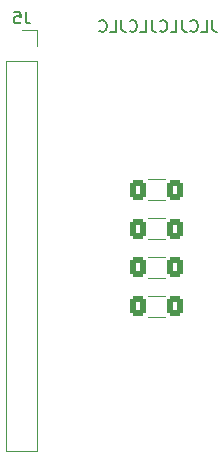
<source format=gbo>
G04 #@! TF.GenerationSoftware,KiCad,Pcbnew,7.0.10*
G04 #@! TF.CreationDate,2024-01-19T13:14:19-08:00*
G04 #@! TF.ProjectId,Jettabrain,4a657474-6162-4726-9169-6e2e6b696361,rev?*
G04 #@! TF.SameCoordinates,Original*
G04 #@! TF.FileFunction,Legend,Bot*
G04 #@! TF.FilePolarity,Positive*
%FSLAX46Y46*%
G04 Gerber Fmt 4.6, Leading zero omitted, Abs format (unit mm)*
G04 Created by KiCad (PCBNEW 7.0.10) date 2024-01-19 13:14:19*
%MOMM*%
%LPD*%
G01*
G04 APERTURE LIST*
G04 Aperture macros list*
%AMRoundRect*
0 Rectangle with rounded corners*
0 $1 Rounding radius*
0 $2 $3 $4 $5 $6 $7 $8 $9 X,Y pos of 4 corners*
0 Add a 4 corners polygon primitive as box body*
4,1,4,$2,$3,$4,$5,$6,$7,$8,$9,$2,$3,0*
0 Add four circle primitives for the rounded corners*
1,1,$1+$1,$2,$3*
1,1,$1+$1,$4,$5*
1,1,$1+$1,$6,$7*
1,1,$1+$1,$8,$9*
0 Add four rect primitives between the rounded corners*
20,1,$1+$1,$2,$3,$4,$5,0*
20,1,$1+$1,$4,$5,$6,$7,0*
20,1,$1+$1,$6,$7,$8,$9,0*
20,1,$1+$1,$8,$9,$2,$3,0*%
G04 Aperture macros list end*
%ADD10C,0.150000*%
%ADD11C,0.120000*%
%ADD12R,1.700000X1.700000*%
%ADD13O,1.700000X1.700000*%
%ADD14O,1.600000X1.600000*%
%ADD15R,1.600000X1.600000*%
%ADD16RoundRect,0.250000X0.400000X0.625000X-0.400000X0.625000X-0.400000X-0.625000X0.400000X-0.625000X0*%
G04 APERTURE END LIST*
D10*
X146697506Y-91325819D02*
X146697506Y-92040104D01*
X146697506Y-92040104D02*
X146745125Y-92182961D01*
X146745125Y-92182961D02*
X146840363Y-92278200D01*
X146840363Y-92278200D02*
X146983220Y-92325819D01*
X146983220Y-92325819D02*
X147078458Y-92325819D01*
X145745125Y-92325819D02*
X146221315Y-92325819D01*
X146221315Y-92325819D02*
X146221315Y-91325819D01*
X144840363Y-92230580D02*
X144887982Y-92278200D01*
X144887982Y-92278200D02*
X145030839Y-92325819D01*
X145030839Y-92325819D02*
X145126077Y-92325819D01*
X145126077Y-92325819D02*
X145268934Y-92278200D01*
X145268934Y-92278200D02*
X145364172Y-92182961D01*
X145364172Y-92182961D02*
X145411791Y-92087723D01*
X145411791Y-92087723D02*
X145459410Y-91897247D01*
X145459410Y-91897247D02*
X145459410Y-91754390D01*
X145459410Y-91754390D02*
X145411791Y-91563914D01*
X145411791Y-91563914D02*
X145364172Y-91468676D01*
X145364172Y-91468676D02*
X145268934Y-91373438D01*
X145268934Y-91373438D02*
X145126077Y-91325819D01*
X145126077Y-91325819D02*
X145030839Y-91325819D01*
X145030839Y-91325819D02*
X144887982Y-91373438D01*
X144887982Y-91373438D02*
X144840363Y-91421057D01*
X144126077Y-91325819D02*
X144126077Y-92040104D01*
X144126077Y-92040104D02*
X144173696Y-92182961D01*
X144173696Y-92182961D02*
X144268934Y-92278200D01*
X144268934Y-92278200D02*
X144411791Y-92325819D01*
X144411791Y-92325819D02*
X144507029Y-92325819D01*
X143173696Y-92325819D02*
X143649886Y-92325819D01*
X143649886Y-92325819D02*
X143649886Y-91325819D01*
X142268934Y-92230580D02*
X142316553Y-92278200D01*
X142316553Y-92278200D02*
X142459410Y-92325819D01*
X142459410Y-92325819D02*
X142554648Y-92325819D01*
X142554648Y-92325819D02*
X142697505Y-92278200D01*
X142697505Y-92278200D02*
X142792743Y-92182961D01*
X142792743Y-92182961D02*
X142840362Y-92087723D01*
X142840362Y-92087723D02*
X142887981Y-91897247D01*
X142887981Y-91897247D02*
X142887981Y-91754390D01*
X142887981Y-91754390D02*
X142840362Y-91563914D01*
X142840362Y-91563914D02*
X142792743Y-91468676D01*
X142792743Y-91468676D02*
X142697505Y-91373438D01*
X142697505Y-91373438D02*
X142554648Y-91325819D01*
X142554648Y-91325819D02*
X142459410Y-91325819D01*
X142459410Y-91325819D02*
X142316553Y-91373438D01*
X142316553Y-91373438D02*
X142268934Y-91421057D01*
X141554648Y-91325819D02*
X141554648Y-92040104D01*
X141554648Y-92040104D02*
X141602267Y-92182961D01*
X141602267Y-92182961D02*
X141697505Y-92278200D01*
X141697505Y-92278200D02*
X141840362Y-92325819D01*
X141840362Y-92325819D02*
X141935600Y-92325819D01*
X140602267Y-92325819D02*
X141078457Y-92325819D01*
X141078457Y-92325819D02*
X141078457Y-91325819D01*
X139697505Y-92230580D02*
X139745124Y-92278200D01*
X139745124Y-92278200D02*
X139887981Y-92325819D01*
X139887981Y-92325819D02*
X139983219Y-92325819D01*
X139983219Y-92325819D02*
X140126076Y-92278200D01*
X140126076Y-92278200D02*
X140221314Y-92182961D01*
X140221314Y-92182961D02*
X140268933Y-92087723D01*
X140268933Y-92087723D02*
X140316552Y-91897247D01*
X140316552Y-91897247D02*
X140316552Y-91754390D01*
X140316552Y-91754390D02*
X140268933Y-91563914D01*
X140268933Y-91563914D02*
X140221314Y-91468676D01*
X140221314Y-91468676D02*
X140126076Y-91373438D01*
X140126076Y-91373438D02*
X139983219Y-91325819D01*
X139983219Y-91325819D02*
X139887981Y-91325819D01*
X139887981Y-91325819D02*
X139745124Y-91373438D01*
X139745124Y-91373438D02*
X139697505Y-91421057D01*
X138983219Y-91325819D02*
X138983219Y-92040104D01*
X138983219Y-92040104D02*
X139030838Y-92182961D01*
X139030838Y-92182961D02*
X139126076Y-92278200D01*
X139126076Y-92278200D02*
X139268933Y-92325819D01*
X139268933Y-92325819D02*
X139364171Y-92325819D01*
X138030838Y-92325819D02*
X138507028Y-92325819D01*
X138507028Y-92325819D02*
X138507028Y-91325819D01*
X137126076Y-92230580D02*
X137173695Y-92278200D01*
X137173695Y-92278200D02*
X137316552Y-92325819D01*
X137316552Y-92325819D02*
X137411790Y-92325819D01*
X137411790Y-92325819D02*
X137554647Y-92278200D01*
X137554647Y-92278200D02*
X137649885Y-92182961D01*
X137649885Y-92182961D02*
X137697504Y-92087723D01*
X137697504Y-92087723D02*
X137745123Y-91897247D01*
X137745123Y-91897247D02*
X137745123Y-91754390D01*
X137745123Y-91754390D02*
X137697504Y-91563914D01*
X137697504Y-91563914D02*
X137649885Y-91468676D01*
X137649885Y-91468676D02*
X137554647Y-91373438D01*
X137554647Y-91373438D02*
X137411790Y-91325819D01*
X137411790Y-91325819D02*
X137316552Y-91325819D01*
X137316552Y-91325819D02*
X137173695Y-91373438D01*
X137173695Y-91373438D02*
X137126076Y-91421057D01*
X130889333Y-90596819D02*
X130889333Y-91311104D01*
X130889333Y-91311104D02*
X130936952Y-91453961D01*
X130936952Y-91453961D02*
X131032190Y-91549200D01*
X131032190Y-91549200D02*
X131175047Y-91596819D01*
X131175047Y-91596819D02*
X131270285Y-91596819D01*
X129936952Y-90596819D02*
X130413142Y-90596819D01*
X130413142Y-90596819D02*
X130460761Y-91073009D01*
X130460761Y-91073009D02*
X130413142Y-91025390D01*
X130413142Y-91025390D02*
X130317904Y-90977771D01*
X130317904Y-90977771D02*
X130079809Y-90977771D01*
X130079809Y-90977771D02*
X129984571Y-91025390D01*
X129984571Y-91025390D02*
X129936952Y-91073009D01*
X129936952Y-91073009D02*
X129889333Y-91168247D01*
X129889333Y-91168247D02*
X129889333Y-91406342D01*
X129889333Y-91406342D02*
X129936952Y-91501580D01*
X129936952Y-91501580D02*
X129984571Y-91549200D01*
X129984571Y-91549200D02*
X130079809Y-91596819D01*
X130079809Y-91596819D02*
X130317904Y-91596819D01*
X130317904Y-91596819D02*
X130413142Y-91549200D01*
X130413142Y-91549200D02*
X130460761Y-91501580D01*
D11*
X142687064Y-114636000D02*
X141232936Y-114636000D01*
X142687064Y-116456000D02*
X141232936Y-116456000D01*
X129226000Y-94742000D02*
X129226000Y-127822000D01*
X131886000Y-92142000D02*
X130556000Y-92142000D01*
X131886000Y-93472000D02*
X131886000Y-92142000D01*
X131886000Y-94742000D02*
X129226000Y-94742000D01*
X131886000Y-94742000D02*
X131886000Y-127822000D01*
X131886000Y-127822000D02*
X129226000Y-127822000D01*
X142687064Y-111346000D02*
X141232936Y-111346000D01*
X142687064Y-113166000D02*
X141232936Y-113166000D01*
X142687064Y-108056000D02*
X141232936Y-108056000D01*
X142687064Y-109876000D02*
X141232936Y-109876000D01*
X142687064Y-104766000D02*
X141232936Y-104766000D01*
X142687064Y-106586000D02*
X141232936Y-106586000D01*
%LPC*%
D12*
X129540000Y-86614000D03*
D13*
X125984000Y-94996000D03*
X125984000Y-97536000D03*
X125984000Y-100076000D03*
X125984000Y-102616000D03*
X125984000Y-105156000D03*
X125984000Y-107696000D03*
D12*
X125984000Y-110236000D03*
X155321000Y-120650000D03*
D14*
X149860000Y-88392000D03*
X149860000Y-90932000D03*
X149860000Y-93472000D03*
X149860000Y-96012000D03*
X149860000Y-98552000D03*
X149860000Y-101092000D03*
X149860000Y-103632000D03*
X149860000Y-106172000D03*
X149860000Y-108712000D03*
X149860000Y-111252000D03*
X149860000Y-113792000D03*
X149860000Y-116332000D03*
X149860000Y-118872000D03*
X149860000Y-121412000D03*
X149860000Y-123952000D03*
X134620000Y-123952000D03*
X134620000Y-121412000D03*
X134620000Y-118872000D03*
X134620000Y-116332000D03*
X134620000Y-113792000D03*
X134620000Y-111252000D03*
X134620000Y-108712000D03*
X134620000Y-106172000D03*
X134620000Y-103632000D03*
X134620000Y-101092000D03*
X134620000Y-98552000D03*
X134620000Y-96012000D03*
X134620000Y-93472000D03*
X134620000Y-90932000D03*
D15*
X134620000Y-88392000D03*
D13*
X155321000Y-116332000D03*
X155321000Y-113792000D03*
X155321000Y-111252000D03*
X155321000Y-108712000D03*
X155321000Y-106172000D03*
X155321000Y-103632000D03*
X155321000Y-101092000D03*
D12*
X155321000Y-98552000D03*
D13*
X139446000Y-81788000D03*
X136906000Y-81788000D03*
X134366000Y-81788000D03*
X131826000Y-81788000D03*
X129286000Y-81788000D03*
X126746000Y-81788000D03*
D12*
X124206000Y-81788000D03*
X143505000Y-81788000D03*
D13*
X146045000Y-81788000D03*
X148585000Y-81788000D03*
X151125000Y-81788000D03*
X153665000Y-81788000D03*
X156205000Y-81788000D03*
X158745000Y-81788000D03*
X156280000Y-94498000D03*
X156280000Y-91958000D03*
X156280000Y-89418000D03*
D12*
X156280000Y-86878000D03*
D16*
X140410000Y-115546000D03*
X143510000Y-115546000D03*
D13*
X130556000Y-126492000D03*
X130556000Y-123952000D03*
X130556000Y-121412000D03*
X130556000Y-118872000D03*
X130556000Y-116332000D03*
X130556000Y-113792000D03*
X130556000Y-111252000D03*
X130556000Y-108712000D03*
X130556000Y-106172000D03*
X130556000Y-103632000D03*
X130556000Y-101092000D03*
X130556000Y-98552000D03*
X130556000Y-96012000D03*
D12*
X130556000Y-93472000D03*
D16*
X140410000Y-112256000D03*
X143510000Y-112256000D03*
X140410000Y-108966000D03*
X143510000Y-108966000D03*
X140410000Y-105676000D03*
X143510000Y-105676000D03*
%LPD*%
M02*

</source>
